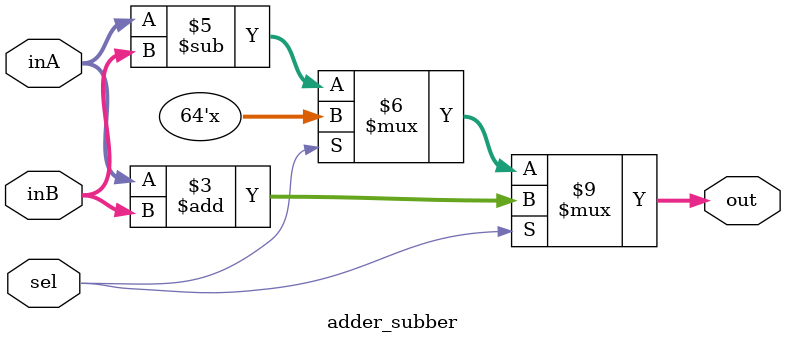
<source format=v>
`timescale 1ns / 1ps


module adder_subber(inA, inB, sel, out);
input [63:0] inA;
input [63:0] inB; 
input sel; 

output reg [63:0] out; 
always @ (*)

if (sel == 1)begin
    out <= inA + inB; 
end

else if (sel == 0) begin
    out <= inA - inB;
end

endmodule

</source>
